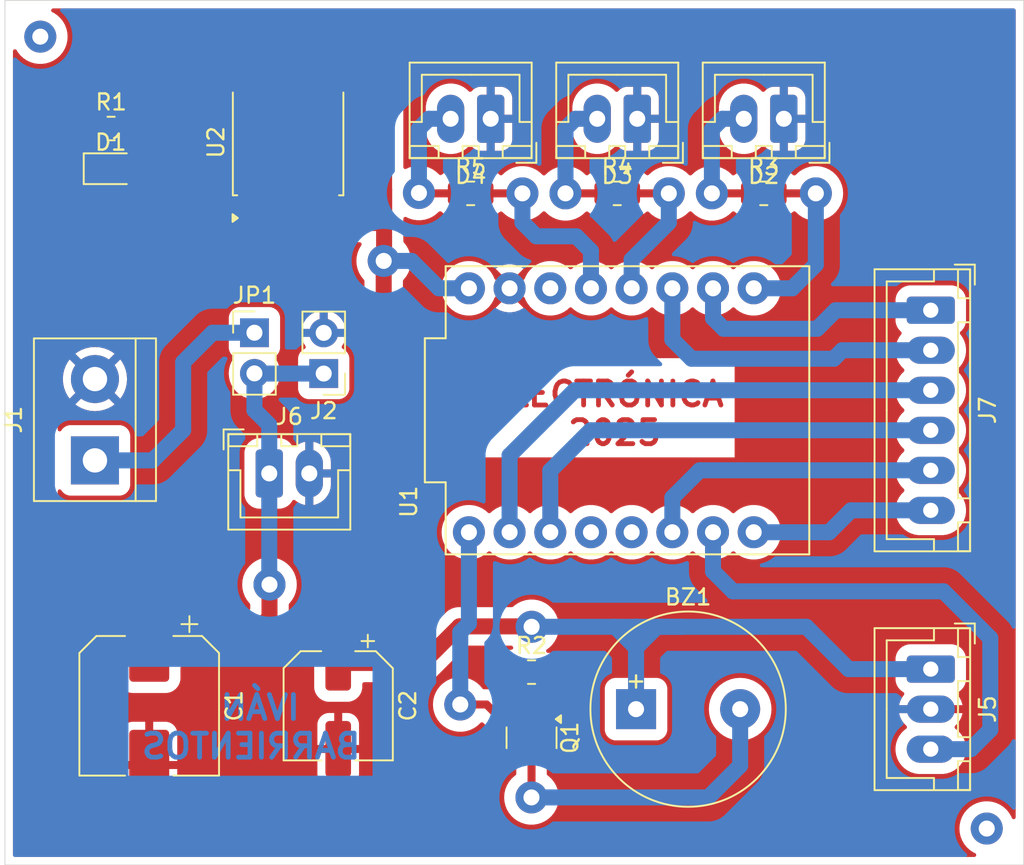
<source format=kicad_pcb>
(kicad_pcb (version 20240108) (generator "pcbnew") (generator_version "8.0")
  (layers (0 "F.Cu" signal) (31 "B.Cu" signal) (34 "B.Paste" user) (35 "F.Paste" user) (36 "B.SilkS" user "B.Silkscreen") (37 "F.SilkS" user "F.Silkscreen") (38 "B.Mask" user) (39 "F.Mask" user) (44 "Edge.Cuts" user))
  (net 0 "")
  (net 1 "+5V")
  (net 2 "Net-(BZ1--)")
  (net 3 "+12V")
  (net 4 "Earth")
  (net 5 "Net-(D1-A)")
  (net 6 "Net-(D2-A)")
  (net 7 "Net-(D3-A)")
  (net 8 "Net-(D4-A)")
  (net 9 "Net-(J1-Pin_1)")
  (net 10 "SENSOR INFLARROJO")
  (net 11 "IN1 - A")
  (net 12 "IN4 - B")
  (net 13 "IN2 - A")
  (net 14 "ENA - A")
  (net 15 "IN3 - B")
  (net 16 "ENB - B")
  (net 17 "LED 1 - 30CM")
  (net 18 "LED 2 - 60CM")
  (net 19 "LED 3 - 90CM")
  (net 23 "BUZZER")
  (footprint "Resistor_SMD:R_0805_2012Metric" (layer "F.Cu") (at 149.82 83.04)
    (property "Reference" "R4" (at 0 -1.65 0) (layer "F.SilkS"))
    (property "Value" "220Ω")
    (fp_line (start -0.227064 -0.735) (end 0.227064 -0.735) (stroke (width 0.12)) (layer "F.SilkS"))
    (fp_line (start -0.227064 0.735) (end 0.227064 0.735) (stroke (width 0.12)) (layer "F.SilkS"))
    (pad "1" smd roundrect (at -0.9125 0) (size 1.025 1.4) (layers "F.Cu" "F.Paste" "F.Mask") (roundrect_rratio 0.243902) (net 7 "Net-(D3-A)"))
    (pad "2" smd roundrect (at 0.9125 0) (size 1.025 1.4) (layers "F.Cu" "F.Paste" "F.Mask") (roundrect_rratio 0.243902) (net 18 "LED 2 - 60CM"))
  )
  (footprint "Connector_PinHeader_2.54mm:PinHeader_1x02_P2.54mm_Vertical" (layer "F.Cu") (at 131.495 94.295 180)
    (property "Reference" "J2" (at 0 -2.33 0) (layer "F.SilkS"))
    (property "Value" "12V")
    (fp_line (start 1.33 1.27) (end 1.33 3.87) (stroke (width 0.12)) (layer "F.SilkS"))
    (fp_line (start -1.33 3.87) (end 1.33 3.87) (stroke (width 0.12)) (layer "F.SilkS"))
    (fp_line (start -1.33 1.27) (end 1.33 1.27) (stroke (width 0.12)) (layer "F.SilkS"))
    (fp_line (start -1.33 1.27) (end -1.33 3.87) (stroke (width 0.12)) (layer "F.SilkS"))
    (fp_line (start -1.33 0) (end -1.33 -1.33) (stroke (width 0.12)) (layer "F.SilkS"))
    (fp_line (start -1.33 -1.33) (end 0 -1.33) (stroke (width 0.12)) (layer "F.SilkS"))
    (pad "1" thru_hole rect (at 0 0 180) (size 1.8 1.8) (drill 1) (layers "*.Cu" "*.Mask") (net 3 "+12V"))
    (pad "2" thru_hole oval (at 0 2.54 180) (size 1.8 1.8) (drill 1) (layers "*.Cu" "*.Mask") (net 4 "Earth"))
  )
  (footprint "Package_TO_SOT_SMD:TO-252-2" (layer "F.Cu") (at 129.2725 79.85 90)
    (property "Reference" "U2" (at 0 -4.5 90) (layer "F.SilkS"))
    (property "Value" "L7805")
    (fp_line (start 3.11 -3.45) (end -3.31 -3.45) (stroke (width 0.12)) (layer "F.SilkS"))
    (fp_line (start -3.31 -3.45) (end -3.31 -3.18) (stroke (width 0.12)) (layer "F.SilkS"))
    (fp_line (start 3.11 3.45) (end -3.31 3.45) (stroke (width 0.12)) (layer "F.SilkS"))
    (fp_line (start -3.31 3.45) (end -3.31 3.18) (stroke (width 0.12)) (layer "F.SilkS"))
    (fp_poly (pts (xy -4.73 -3.14) (xy -4.97 -3.47) (xy -4.49 -3.47) (xy -4.73 -3.14)) (stroke (width 0.12)) (fill solid) (layer "F.SilkS"))
    (pad "1" smd roundrect (at -5.04 -2.28 90) (size 2.2 1.2) (layers "F.Cu" "F.Paste" "F.Mask") (roundrect_rratio 0.208333) (net 3 "+12V"))
    (pad "2" smd roundrect (at -0.415 -1.525 90) (size 3.05 2.75) (layers "F.Cu" "F.Paste") (roundrect_rratio 0.090909) (net 4 "Earth"))
    (pad "2" smd roundrect (at -0.415 1.525 90) (size 3.05 2.75) (layers "F.Cu" "F.Paste") (roundrect_rratio 0.090909) (net 4 "Earth"))
    (pad "2" smd roundrect (at 1.26 0 90) (size 6.4 5.8) (layers "F.Cu" "F.Mask") (roundrect_rratio 0.043103) (net 4 "Earth"))
    (pad "2" smd roundrect (at 2.935 -1.525 90) (size 3.05 2.75) (layers "F.Cu" "F.Paste") (roundrect_rratio 0.090909) (net 4 "Earth"))
    (pad "2" smd roundrect (at 2.935 1.525 90) (size 3.05 2.75) (layers "F.Cu" "F.Paste") (roundrect_rratio 0.090909) (net 4 "Earth"))
    (pad "3" smd roundrect (at -5.04 2.28 90) (size 2.2 1.2) (layers "F.Cu" "F.Paste" "F.Mask") (roundrect_rratio 0.208333) (net 1 "+5V"))
  )
  (footprint "TerminalBlock:TerminalBlock_bornier-2_P5.08mm" (layer "F.Cu") (at 117.2125 99.72 90)
    (property "Reference" "J1" (at 2.54 -5.08 90) (layer "F.SilkS"))
    (property "Value" "ALIMENTACIÓN-12V")
    (fp_line (start 7.62 -3.81) (end -2.54 -3.81) (stroke (width 0.12)) (layer "F.SilkS"))
    (fp_line (start -2.54 -3.81) (end -2.54 3.81) (stroke (width 0.12)) (layer "F.SilkS"))
    (fp_line (start 7.62 2.54) (end -2.54 2.54) (stroke (width 0.12)) (layer "F.SilkS"))
    (fp_line (start 7.62 3.81) (end 7.62 -3.81) (stroke (width 0.12)) (layer "F.SilkS"))
    (fp_line (start -2.54 3.81) (end 7.62 3.81) (stroke (width 0.12)) (layer "F.SilkS"))
    (pad "1" thru_hole rect (at 0 0 90) (size 3 3) (drill 1.52) (layers "*.Cu" "*.Mask") (net 9 "Net-(J1-Pin_1)"))
    (pad "2" thru_hole circle (at 5.08 0 90) (size 3 3) (drill 1.52) (layers "*.Cu" "*.Mask") (net 4 "Earth"))
  )
  (footprint "Connector_JST:JST_XH_B2B-XH-A_1x02_P2.50mm_Vertical" (layer "F.Cu") (at 160.22 78.38 180)
    (property "Reference" "D2" (at 1.25 -3.55 0) (layer "F.SilkS"))
    (property "Value" "LED")
    (fp_line (start 5.06 3.51) (end 5.06 -2.46) (stroke (width 0.12)) (layer "F.SilkS"))
    (fp_line (start 5.06 -2.46) (end -2.56 -2.46) (stroke (width 0.12)) (layer "F.SilkS"))
    (fp_line (start 5.05 -0.2) (end 4.3 -0.2) (stroke (width 0.12)) (layer "F.SilkS"))
    (fp_line (start 5.05 -1.7) (end 5.05 -2.45) (stroke (width 0.12)) (layer "F.SilkS"))
    (fp_line (start 5.05 -2.45) (end 3.25 -2.45) (stroke (width 0.12)) (layer "F.SilkS"))
    (fp_line (start 4.3 2.75) (end 1.25 2.75) (stroke (width 0.12)) (layer "F.SilkS"))
    (fp_line (start 4.3 -0.2) (end 4.3 2.75) (stroke (width 0.12)) (layer "F.SilkS"))
    (fp_line (start 3.25 -1.7) (end 5.05 -1.7) (stroke (width 0.12)) (layer "F.SilkS"))
    (fp_line (start 3.25 -2.45) (end 3.25 -1.7) (stroke (width 0.12)) (layer "F.SilkS"))
    (fp_line (start 1.75 -1.7) (end 1.75 -2.45) (stroke (width 0.12)) (layer "F.SilkS"))
    (fp_line (start 1.75 -2.45) (end 0.75 -2.45) (stroke (width 0.12)) (layer "F.SilkS"))
    (fp_line (start 0.75 -1.7) (end 1.75 -1.7) (stroke (width 0.12)) (layer "F.SilkS"))
    (fp_line (start 0.75 -2.45) (end 0.75 -1.7) (stroke (width 0.12)) (layer "F.SilkS"))
    (fp_line (start -0.75 -1.7) (end -0.75 -2.45) (stroke (width 0.12)) (layer "F.SilkS"))
    (fp_line (start -0.75 -2.45) (end -2.55 -2.45) (stroke (width 0.12)) (layer "F.SilkS"))
    (fp_line (start -1.6 -2.75) (end -2.85 -2.75) (stroke (width 0.12)) (layer "F.SilkS"))
    (fp_line (start -1.8 2.75) (end 1.25 2.75) (stroke (width 0.12)) (layer "F.SilkS"))
    (fp_line (start -1.8 -0.2) (end -1.8 2.75) (stroke (width 0.12)) (layer "F.SilkS"))
    (fp_line (start -2.55 -0.2) (end -1.8 -0.2) (stroke (width 0.12)) (layer "F.SilkS"))
    (fp_line (start -2.55 -1.7) (end -0.75 -1.7) (stroke (width 0.12)) (layer "F.SilkS"))
    (fp_line (start -2.55 -2.45) (end -2.55 -1.7) (stroke (width 0.12)) (layer "F.SilkS"))
    (fp_line (start -2.56 3.51) (end 5.06 3.51) (stroke (width 0.12)) (layer "F.SilkS"))
    (fp_line (start -2.56 -2.46) (end -2.56 3.51) (stroke (width 0.12)) (layer "F.SilkS"))
    (fp_line (start -2.85 -2.75) (end -2.85 -1.5) (stroke (width 0.12)) (layer "F.SilkS"))
    (pad "1" thru_hole roundrect (at 0 0 180) (size 1.7 3) (drill 1) (layers "*.Cu" "*.Mask") (roundrect_rratio 0.147059) (net 4 "Earth"))
    (pad "2" thru_hole oval (at 2.5 0 180) (size 1.7 3) (drill 1) (layers "*.Cu" "*.Mask") (net 6 "Net-(D2-A)"))
  )
  (footprint "Resistor_SMD:R_0805_2012Metric" (layer "F.Cu") (at 118.2225 78.99)
    (property "Reference" "R1" (at 0 -1.65 0) (layer "F.SilkS"))
    (property "Value" "220Ω")
    (fp_line (start -0.227064 -0.735) (end 0.227064 -0.735) (stroke (width 0.12)) (layer "F.SilkS"))
    (fp_line (start -0.227064 0.735) (end 0.227064 0.735) (stroke (width 0.12)) (layer "F.SilkS"))
    (pad "1" smd roundrect (at -0.9125 0) (size 1.025 1.4) (layers "F.Cu" "F.Paste" "F.Mask") (roundrect_rratio 0.243902) (net 1 "+5V"))
    (pad "2" smd roundrect (at 0.9125 0) (size 1.025 1.4) (layers "F.Cu" "F.Paste" "F.Mask") (roundrect_rratio 0.243902) (net 5 "Net-(D1-A)"))
  )
  (footprint "Connector_JST:JST_XH_B2B-XH-A_1x02_P2.50mm_Vertical" (layer "F.Cu") (at 141.92 78.38 180)
    (property "Reference" "D4" (at 1.25 -3.55 0) (layer "F.SilkS"))
    (property "Value" "LED")
    (fp_line (start 5.06 3.51) (end 5.06 -2.46) (stroke (width 0.12)) (layer "F.SilkS"))
    (fp_line (start 5.06 -2.46) (end -2.56 -2.46) (stroke (width 0.12)) (layer "F.SilkS"))
    (fp_line (start 5.05 -0.2) (end 4.3 -0.2) (stroke (width 0.12)) (layer "F.SilkS"))
    (fp_line (start 5.05 -1.7) (end 5.05 -2.45) (stroke (width 0.12)) (layer "F.SilkS"))
    (fp_line (start 5.05 -2.45) (end 3.25 -2.45) (stroke (width 0.12)) (layer "F.SilkS"))
    (fp_line (start 4.3 2.75) (end 1.25 2.75) (stroke (width 0.12)) (layer "F.SilkS"))
    (fp_line (start 4.3 -0.2) (end 4.3 2.75) (stroke (width 0.12)) (layer "F.SilkS"))
    (fp_line (start 3.25 -1.7) (end 5.05 -1.7) (stroke (width 0.12)) (layer "F.SilkS"))
    (fp_line (start 3.25 -2.45) (end 3.25 -1.7) (stroke (width 0.12)) (layer "F.SilkS"))
    (fp_line (start 1.75 -1.7) (end 1.75 -2.45) (stroke (width 0.12)) (layer "F.SilkS"))
    (fp_line (start 1.75 -2.45) (end 0.75 -2.45) (stroke (width 0.12)) (layer "F.SilkS"))
    (fp_line (start 0.75 -1.7) (end 1.75 -1.7) (stroke (width 0.12)) (layer "F.SilkS"))
    (fp_line (start 0.75 -2.45) (end 0.75 -1.7) (stroke (width 0.12)) (layer "F.SilkS"))
    (fp_line (start -0.75 -1.7) (end -0.75 -2.45) (stroke (width 0.12)) (layer "F.SilkS"))
    (fp_line (start -0.75 -2.45) (end -2.55 -2.45) (stroke (width 0.12)) (layer "F.SilkS"))
    (fp_line (start -1.6 -2.75) (end -2.85 -2.75) (stroke (width 0.12)) (layer "F.SilkS"))
    (fp_line (start -1.8 2.75) (end 1.25 2.75) (stroke (width 0.12)) (layer "F.SilkS"))
    (fp_line (start -1.8 -0.2) (end -1.8 2.75) (stroke (width 0.12)) (layer "F.SilkS"))
    (fp_line (start -2.55 -0.2) (end -1.8 -0.2) (stroke (width 0.12)) (layer "F.SilkS"))
    (fp_line (start -2.55 -1.7) (end -0.75 -1.7) (stroke (width 0.12)) (layer "F.SilkS"))
    (fp_line (start -2.55 -2.45) (end -2.55 -1.7) (stroke (width 0.12)) (layer "F.SilkS"))
    (fp_line (start -2.56 3.51) (end 5.06 3.51) (stroke (width 0.12)) (layer "F.SilkS"))
    (fp_line (start -2.56 -2.46) (end -2.56 3.51) (stroke (width 0.12)) (layer "F.SilkS"))
    (fp_line (start -2.85 -2.75) (end -2.85 -1.5) (stroke (width 0.12)) (layer "F.SilkS"))
    (pad "1" thru_hole roundrect (at 0 0 180) (size 1.7 3) (drill 1) (layers "*.Cu" "*.Mask") (roundrect_rratio 0.147059) (net 4 "Earth"))
    (pad "2" thru_hole oval (at 2.5 0 180) (size 1.7 3) (drill 1) (layers "*.Cu" "*.Mask") (net 8 "Net-(D4-A)"))
  )
  (footprint "Buzzer_Beeper:MagneticBuzzer_ProSignal_ABT-410-RC" (layer "F.Cu") (at 150.995 115.26)
    (property "Reference" "BZ1" (at 3.25 -7 0) (layer "F.SilkS"))
    (property "Value" "Buzzer")
    (fp_circle (center 3.25 0) (end 9.35 0) (stroke (width 0.12)) (fill none) (layer "F.SilkS"))
    (fp_text user "+" (at 0 -1.8 0) (layer "F.SilkS"))
    (pad "1" thru_hole rect (at 0 0) (size 2.5 2.5) (drill 1) (layers "*.Cu" "*.Mask") (net 1 "+5V"))
    (pad "2" thru_hole circle (at 6.5 0) (size 2.5 2.5) (drill 1) (layers "*.Cu" "*.Mask") (net 2 "Net-(BZ1--)"))
  )
  (footprint "Connector_JST:JST_XH_B6B-XH-A_1x06_P2.50mm_Vertical" (layer "F.Cu") (at 169.395 90.34 -90)
    (property "Reference" "J7" (at 6.25 -3.55 90) (layer "F.SilkS"))
    (property "Value" "PUENTE H - L298N")
    (fp_line (start -2.56 3.51) (end 15.06 3.51) (stroke (width 0.12)) (layer "F.SilkS"))
    (fp_line (start 15.06 3.51) (end 15.06 -2.46) (stroke (width 0.12)) (layer "F.SilkS"))
    (fp_line (start -1.8 2.75) (end 6.25 2.75) (stroke (width 0.12)) (layer "F.SilkS"))
    (fp_line (start 14.3 2.75) (end 6.25 2.75) (stroke (width 0.12)) (layer "F.SilkS"))
    (fp_line (start -2.55 -0.2) (end -1.8 -0.2) (stroke (width 0.12)) (layer "F.SilkS"))
    (fp_line (start -1.8 -0.2) (end -1.8 2.75) (stroke (width 0.12)) (layer "F.SilkS"))
    (fp_line (start 14.3 -0.2) (end 14.3 2.75) (stroke (width 0.12)) (layer "F.SilkS"))
    (fp_line (start 15.05 -0.2) (end 14.3 -0.2) (stroke (width 0.12)) (layer "F.SilkS"))
    (fp_line (start -2.55 -1.7) (end -0.75 -1.7) (stroke (width 0.12)) (layer "F.SilkS"))
    (fp_line (start -0.75 -1.7) (end -0.75 -2.45) (stroke (width 0.12)) (layer "F.SilkS"))
    (fp_line (start 0.75 -1.7) (end 11.75 -1.7) (stroke (width 0.12)) (layer "F.SilkS"))
    (fp_line (start 11.75 -1.7) (end 11.75 -2.45) (stroke (width 0.12)) (layer "F.SilkS"))
    (fp_line (start 13.25 -1.7) (end 15.05 -1.7) (stroke (width 0.12)) (layer "F.SilkS"))
    (fp_line (start 15.05 -1.7) (end 15.05 -2.45) (stroke (width 0.12)) (layer "F.SilkS"))
    (fp_line (start -2.55 -2.45) (end -2.55 -1.7) (stroke (width 0.12)) (layer "F.SilkS"))
    (fp_line (start -0.75 -2.45) (end -2.55 -2.45) (stroke (width 0.12)) (layer "F.SilkS"))
    (fp_line (start 0.75 -2.45) (end 0.75 -1.7) (stroke (width 0.12)) (layer "F.SilkS"))
    (fp_line (start 11.75 -2.45) (end 0.75 -2.45) (stroke (width 0.12)) (layer "F.SilkS"))
    (fp_line (start 13.25 -2.45) (end 13.25 -1.7) (stroke (width 0.12)) (layer "F.SilkS"))
    (fp_line (start 15.05 -2.45) (end 13.25 -2.45) (stroke (width 0.12)) (layer "F.SilkS"))
    (fp_line (start -2.56 -2.46) (end -2.56 3.51) (stroke (width 0.12)) (layer "F.SilkS"))
    (fp_line (start 15.06 -2.46) (end -2.56 -2.46) (stroke (width 0.12)) (layer "F.SilkS"))
    (fp_line (start -2.85 -2.75) (end -2.85 -1.5) (stroke (width 0.12)) (layer "F.SilkS"))
    (fp_line (start -1.6 -2.75) (end -2.85 -2.75) (stroke (width 0.12)) (layer "F.SilkS"))
    (pad "1" thru_hole roundrect (at 0 0 270) (size 1.7 3) (drill 0.95) (layers "*.Cu" "*.Mask") (roundrect_rratio 0.147059) (net 12 "IN4 - B"))
    (pad "2" thru_hole oval (at 2.5 0 270) (size 1.7 3) (drill 0.95) (layers "*.Cu" "*.Mask") (net 16 "ENB - B"))
    (pad "3" thru_hole oval (at 5 0 270) (size 1.7 3) (drill 0.95) (layers "*.Cu" "*.Mask") (net 14 "ENA - A"))
    (pad "4" thru_hole oval (at 7.5 0 270) (size 1.7 3) (drill 0.95) (layers "*.Cu" "*.Mask") (net 11 "IN1 - A"))
    (pad "5" thru_hole oval (at 10 0 270) (size 1.7 3) (drill 0.95) (layers "*.Cu" "*.Mask") (net 13 "IN2 - A"))
    (pad "6" thru_hole oval (at 12.5 0 270) (size 1.7 3) (drill 0.95) (layers "*.Cu" "*.Mask") (net 15 "IN3 - B"))
  )
  (footprint "Connector_JST:JST_XH_B3B-XH-A_1x03_P2.50mm_Vertical" (layer "F.Cu") (at 169.395 112.76 -90)
    (property "Reference" "J5" (at 2.5 -3.55 90) (layer "F.SilkS"))
    (property "Value" "SENSOR IFLAROJO (IR)")
    (fp_line (start -2.56 3.51) (end 7.56 3.51) (stroke (width 0.12)) (layer "F.SilkS"))
    (fp_line (start 7.56 3.51) (end 7.56 -2.46) (stroke (width 0.12)) (layer "F.SilkS"))
    (fp_line (start -1.8 2.75) (end 2.5 2.75) (stroke (width 0.12)) (layer "F.SilkS"))
    (fp_line (start 6.8 2.75) (end 2.5 2.75) (stroke (width 0.12)) (layer "F.SilkS"))
    (fp_line (start -2.55 -0.2) (end -1.8 -0.2) (stroke (width 0.12)) (layer "F.SilkS"))
    (fp_line (start -1.8 -0.2) (end -1.8 2.75) (stroke (width 0.12)) (layer "F.SilkS"))
    (fp_line (start 6.8 -0.2) (end 6.8 2.75) (stroke (width 0.12)) (layer "F.SilkS"))
    (fp_line (start 7.55 -0.2) (end 6.8 -0.2) (stroke (width 0.12)) (layer "F.SilkS"))
    (fp_line (start -2.55 -1.7) (end -0.75 -1.7) (stroke (width 0.12)) (layer "F.SilkS"))
    (fp_line (start -0.75 -1.7) (end -0.75 -2.45) (stroke (width 0.12)) (layer "F.SilkS"))
    (fp_line (start 0.75 -1.7) (end 4.25 -1.7) (stroke (width 0.12)) (layer "F.SilkS"))
    (fp_line (start 4.25 -1.7) (end 4.25 -2.45) (stroke (width 0.12)) (layer "F.SilkS"))
    (fp_line (start 5.75 -1.7) (end 7.55 -1.7) (stroke (width 0.12)) (layer "F.SilkS"))
    (fp_line (start 7.55 -1.7) (end 7.55 -2.45) (stroke (width 0.12)) (layer "F.SilkS"))
    (fp_line (start -2.55 -2.45) (end -2.55 -1.7) (stroke (width 0.12)) (layer "F.SilkS"))
    (fp_line (start -0.75 -2.45) (end -2.55 -2.45) (stroke (width 0.12)) (layer "F.SilkS"))
    (fp_line (start 0.75 -2.45) (end 0.75 -1.7) (stroke (width 0.12)) (layer "F.SilkS"))
    (fp_line (start 4.25 -2.45) (end 0.75 -2.45) (stroke (width 0.12)) (layer "F.SilkS"))
    (fp_line (start 5.75 -2.45) (end 5.75 -1.7) (stroke (width 0.12)) (layer "F.SilkS"))
    (fp_line (start 7.55 -2.45) (end 5.75 -2.45) (stroke (width 0.12)) (layer "F.SilkS"))
    (fp_line (start -2.56 -2.46) (end -2.56 3.51) (stroke (width 0.12)) (layer "F.SilkS"))
    (fp_line (start 7.56 -2.46) (end -2.56 -2.46) (stroke (width 0.12)) (layer "F.SilkS"))
    (fp_line (start -2.85 -2.75) (end -2.85 -1.5) (stroke (width 0.12)) (layer "F.SilkS"))
    (fp_line (start -1.6 -2.75) (end -2.85 -2.75) (stroke (width 0.12)) (layer "F.SilkS"))
    (pad "1" thru_hole roundrect (at 0 0 270) (size 1.7 3) (drill 0.95) (layers "*.Cu" "*.Mask") (roundrect_rratio 0.147059) (net 1 "+5V"))
    (pad "2" thru_hole oval (at 2.5 0 270) (size 1.7 3) (drill 0.95) (layers "*.Cu" "*.Mask") (net 4 "Earth"))
    (pad "3" thru_hole oval (at 5 0 270) (size 1.7 3) (drill 0.95) (layers "*.Cu" "*.Mask") (net 10 "SENSOR INFLARROJO"))
  )
  (footprint "Connector_PinHeader_2.54mm:PinHeader_1x02_P2.54mm_Vertical" (layer "F.Cu") (at 127.17 91.745)
    (property "Reference" "JP1" (at 0 -2.33 0) (layer "F.SilkS"))
    (property "Value" "JUMPER")
    (fp_line (start -1.33 -1.33) (end 0 -1.33) (stroke (width 0.12)) (layer "F.SilkS"))
    (fp_line (start -1.33 0) (end -1.33 -1.33) (stroke (width 0.12)) (layer "F.SilkS"))
    (fp_line (start -1.33 1.27) (end -1.33 3.87) (stroke (width 0.12)) (layer "F.SilkS"))
    (fp_line (start -1.33 1.27) (end 1.33 1.27) (stroke (width 0.12)) (layer "F.SilkS"))
    (fp_line (start -1.33 3.87) (end 1.33 3.87) (stroke (width 0.12)) (layer "F.SilkS"))
    (fp_line (start 1.33 1.27) (end 1.33 3.87) (stroke (width 0.12)) (layer "F.SilkS"))
    (pad "1" thru_hole rect (at 0 0) (size 1.8 1.8) (drill 1) (layers "*.Cu" "*.Mask") (net 9 "Net-(J1-Pin_1)"))
    (pad "2" thru_hole oval (at 0 2.54) (size 1.8 1.8) (drill 1) (layers "*.Cu" "*.Mask") (net 3 "+12V"))
  )
  (footprint "Connector_JST:JST_XH_B2B-XH-A_1x02_P2.50mm_Vertical" (layer "F.Cu") (at 128.095 100.535)
    (property "Reference" "J6" (at 1.25 -3.55 0) (layer "F.SilkS"))
    (property "Value" "APAGADO/ENCENDIDO")
    (fp_line (start -2.85 -2.75) (end -2.85 -1.5) (stroke (width 0.12)) (layer "F.SilkS"))
    (fp_line (start -2.56 -2.46) (end -2.56 3.51) (stroke (width 0.12)) (layer "F.SilkS"))
    (fp_line (start -2.56 3.51) (end 5.06 3.51) (stroke (width 0.12)) (layer "F.SilkS"))
    (fp_line (start -2.55 -2.45) (end -2.55 -1.7) (stroke (width 0.12)) (layer "F.SilkS"))
    (fp_line (start -2.55 -1.7) (end -0.75 -1.7) (stroke (width 0.12)) (layer "F.SilkS"))
    (fp_line (start -2.55 -0.2) (end -1.8 -0.2) (stroke (width 0.12)) (layer "F.SilkS"))
    (fp_line (start -1.8 -0.2) (end -1.8 2.75) (stroke (width 0.12)) (layer "F.SilkS"))
    (fp_line (start -1.8 2.75) (end 1.25 2.75) (stroke (width 0.12)) (layer "F.SilkS"))
    (fp_line (start -1.6 -2.75) (end -2.85 -2.75) (stroke (width 0.12)) (layer "F.SilkS"))
    (fp_line (start -0.75 -2.45) (end -2.55 -2.45) (stroke (width 0.12)) (layer "F.SilkS"))
    (fp_line (start -0.75 -1.7) (end -0.75 -2.45) (stroke (width 0.12)) (layer "F.SilkS"))
    (fp_line (start 0.75 -2.45) (end 0.75 -1.7) (stroke (width 0.12)) (layer "F.SilkS"))
    (fp_line (start 0.75 -1.7) (end 1.75 -1.7) (stroke (width 0.12)) (layer "F.SilkS"))
    (fp_line (start 1.75 -2.45) (end 0.75 -2.45) (stroke (width 0.12)) (layer "F.SilkS"))
    (fp_line (start 1.75 -1.7) (end 1.75 -2.45) (stroke (width 0.12)) (layer "F.SilkS"))
    (fp_line (start 3.25 -2.45) (end 3.25 -1.7) (stroke (width 0.12)) (layer "F.SilkS"))
    (fp_line (start 3.25 -1.7) (end 5.05 -1.7) (stroke (width 0.12)) (layer "F.SilkS"))
    (fp_line (start 4.3 -0.2) (end 4.3 2.75) (stroke (width 0.12)) (layer "F.SilkS"))
    (fp_line (start 4.3 2.75) (end 1.25 2.75) (stroke (width 0.12)) (layer "F.SilkS"))
    (fp_line (start 5.05 -2.45) (end 3.25 -2.45) (stroke (width 0.12)) (layer "F.SilkS"))
    (fp_line (start 5.05 -1.7) (end 5.05 -2.45) (stroke (width 0.12)) (layer "F.SilkS"))
    (fp_line (start 5.05 -0.2) (end 4.3 -0.2) (stroke (width 0.12)) (layer "F.SilkS"))
    (fp_line (start 5.06 -2.46) (end -2.56 -2.46) (stroke (width 0.12)) (layer "F.SilkS"))
    (fp_line (start 5.06 3.51) (end 5.06 -2.46) (stroke (width 0.12)) (layer "F.SilkS"))
    (pad "1" thru_hole roundrect (at 0 0) (size 1.7 3) (drill 1) (layers "*.Cu" "*.Mask") (roundrect_rratio 0.147059) (net 3 "+12V"))
    (pad "2" thru_hole oval (at 2.5 0) (size 1.7 3) (drill 1) (layers "*.Cu" "*.Mask") (net 4 "Earth"))
  )
  (footprint "Resistor_SMD:R_0805_2012Metric" (layer "F.Cu") (at 144.47 112.9475)
    (property "Reference" "R2" (at 0 -1.65 0) (layer "F.SilkS"))
    (property "Value" "33KΩ")
    (fp_line (start -0.227064 -0.735) (end 0.227064 -0.735) (stroke (width 0.12)) (layer "F.SilkS"))
    (fp_line (start -0.227064 0.735) (end 0.227064 0.735) (stroke (width 0.12)) (layer "F.SilkS"))
    (pad "1" smd roundrect (at -0.9125 0) (size 1.025 1.4) (layers "F.Cu" "F.Paste" "F.Mask") (roundrect_rratio 0.243902) (net 23 "BUZZER"))
    (pad "2" smd roundrect (at 0.9125 0) (size 1.025 1.4) (layers "F.Cu" "F.Paste" "F.Mask") (roundrect_rratio 0.243902) (net 4 "Earth"))
  )
  (footprint "Capacitor_SMD:CP_Elec_8x10.5" (layer "F.Cu") (at 120.6 115.05 -90)
    (property "Reference" "C1" (at 0 -5.3 90) (layer "F.SilkS"))
    (property "Value" "1000uF")
    (fp_line (start -3.295563 4.36) (end 4.36 4.36) (stroke (width 0.12)) (layer "F.SilkS"))
    (fp_line (start 4.36 4.36) (end 4.36 1.51) (stroke (width 0.12)) (layer "F.SilkS"))
    (fp_line (start -4.36 3.295563) (end -3.295563 4.36) (stroke (width 0.12)) (layer "F.SilkS"))
    (fp_line (start -4.36 3.295563) (end -4.36 1.51) (stroke (width 0.12)) (layer "F.SilkS"))
    (fp_line (start -5.6 -2.51) (end -4.6 -2.51) (stroke (width 0.12)) (layer "F.SilkS"))
    (fp_line (start -5.1 -3.01) (end -5.1 -2.01) (stroke (width 0.12)) (layer "F.SilkS"))
    (fp_line (start -4.36 -3.295563) (end -4.36 -1.51) (stroke (width 0.12)) (layer "F.SilkS"))
    (fp_line (start -4.36 -3.295563) (end -3.295563 -4.36) (stroke (width 0.12)) (layer "F.SilkS"))
    (fp_line (start -3.295563 -4.36) (end 4.36 -4.36) (stroke (width 0.12)) (layer "F.SilkS"))
    (fp_line (start 4.36 -4.36) (end 4.36 -1.51) (stroke (width 0.12)) (layer "F.SilkS"))
    (pad "1" smd roundrect (at -3.7 0 270) (size 4.4 2.5) (layers "F.Cu" "F.Paste" "F.Mask") (roundrect_rratio 0.1) (net 3 "+12V"))
    (pad "2" smd roundrect (at 3.7 0 270) (size 4.4 2.5) (layers "F.Cu" "F.Paste" "F.Mask") (roundrect_rratio 0.1) (net 4 "Earth"))
  )
  (footprint "LED_SMD:LED_0805_2012Metric" (layer "F.Cu") (at 118.1975 81.5)
    (property "Reference" "D1" (at 0 -1.65 0) (layer "F.SilkS"))
    (property "Value" "LED")
    (fp_line (start -1.685 -0.96) (end -1.685 0.96) (stroke (width 0.12)) (layer "F.SilkS"))
    (fp_line (start -1.685 0.96) (end 1 0.96) (stroke (width 0.12)) (layer "F.SilkS"))
    (fp_line (start 1 -0.96) (end -1.685 -0.96) (stroke (width 0.12)) (layer "F.SilkS"))
    (pad "1" smd roundrect (at -0.9375 0) (size 0.975 1.4) (layers "F.Cu" "F.Paste" "F.Mask") (net 4 "Earth"))
    (pad "2" smd roundrect (at 0.9375 0) (size 0.975 1.4) (layers "F.Cu" "F.Paste" "F.Mask") (net 5 "Net-(D1-A)"))
  )
  (footprint "Connector_JST:JST_XH_B2B-XH-A_1x02_P2.50mm_Vertical" (layer "F.Cu") (at 151.07 78.38 180)
    (property "Reference" "D3" (at 1.25 -3.55 0) (layer "F.SilkS"))
    (property "Value" "LED")
    (fp_line (start 5.06 3.51) (end 5.06 -2.46) (stroke (width 0.12)) (layer "F.SilkS"))
    (fp_line (start 5.06 -2.46) (end -2.56 -2.46) (stroke (width 0.12)) (layer "F.SilkS"))
    (fp_line (start 5.05 -0.2) (end 4.3 -0.2) (stroke (width 0.12)) (layer "F.SilkS"))
    (fp_line (start 5.05 -1.7) (end 5.05 -2.45) (stroke (width 0.12)) (layer "F.SilkS"))
    (fp_line (start 5.05 -2.45) (end 3.25 -2.45) (stroke (width 0.12)) (layer "F.SilkS"))
    (fp_line (start 4.3 2.75) (end 1.25 2.75) (stroke (width 0.12)) (layer "F.SilkS"))
    (fp_line (start 4.3 -0.2) (end 4.3 2.75) (stroke (width 0.12)) (layer "F.SilkS"))
    (fp_line (start 3.25 -1.7) (end 5.05 -1.7) (stroke (width 0.12)) (layer "F.SilkS"))
    (fp_line (start 3.25 -2.45) (end 3.25 -1.7) (stroke (width 0.12)) (layer "F.SilkS"))
    (fp_line (start 1.75 -1.7) (end 1.75 -2.45) (stroke (width 0.12)) (layer "F.SilkS"))
    (fp_line (start 1.75 -2.45) (end 0.75 -2.45) (stroke (width 0.12)) (layer "F.SilkS"))
    (fp_line (start 0.75 -1.7) (end 1.75 -1.7) (stroke (width 0.12)) (layer "F.SilkS"))
    (fp_line (start 0.75 -2.45) (end 0.75 -1.7) (stroke (width 0.12)) (layer "F.SilkS"))
    (fp_line (start -0.75 -1.7) (end -0.75 -2.45) (stroke (width 0.12)) (layer "F.SilkS"))
    (fp_line (start -0.75 -2.45) (end -2.55 -2.45) (stroke (width 0.12)) (layer "F.SilkS"))
    (fp_line (start -1.6 -2.75) (end -2.85 -2.75) (stroke (width 0.12)) (layer "F.SilkS"))
    (fp_line (start -1.8 2.75) (end 1.25 2.75) (stroke (width 0.12)) (layer "F.SilkS"))
    (fp_line (start -1.8 -0.2) (end -1.8 2.75) (stroke (width 0.12)) (layer "F.SilkS"))
    (fp_line (start -2.55 -0.2) (end -1.8 -0.2) (stroke (width 0.12)) (layer "F.SilkS"))
    (fp_line (start -2.55 -1.7) (end -0.75 -1.7) (stroke (width 0.12)) (layer "F.SilkS"))
    (fp_line (start -2.55 -2.45) (end -2.55 -1.7) (stroke (width 0.12)) (layer "F.SilkS"))
    (fp_line (start -2.56 3.51) (end 5.06 3.51) (stroke (width 0.12)) (layer "F.SilkS"))
    (fp_line (start -2.56 -2.46) (end -2.56 3.51) (stroke (width 0.12)) (layer "F.SilkS"))
    (fp_line (start -2.85 -2.75) (end -2.85 -1.5) (stroke (width 0.12)) (layer "F.SilkS"))
    (pad "1" thru_hole roundrect (at 0 0 180) (size 1.7 3) (drill 1) (layers "*.Cu" "*.Mask") (roundrect_rratio 0.147059) (net 4 "Earth"))
    (pad "2" thru_hole oval (at 2.5 0 180) (size 1.7 3) (drill 1) (layers "*.Cu" "*.Mask") (net 7 "Net-(D3-A)"))
  )
  (footprint "MixLib:MODULE_ESP32-C3_SUPERMINI" (layer "F.Cu") (at 150.46 96.59 90)
    (property "Reference" "U1" (at -5.715 -13.6525 90) (layer "F.SilkS"))
    (property "Value" "ESP32-C3_SUPERMINI")
    (fp_line (start 4.5 -12.65) (end -4.5 -12.65) (stroke (width 0.127)) (layer "F.SilkS"))
    (fp_line (start 4.5 -12.65) (end 4.5 -11.35) (stroke (width 0.127)) (layer "F.SilkS"))
    (fp_line (start -4.5 -12.65) (end -4.5 -11.35) (stroke (width 0.127)) (layer "F.SilkS"))
    (fp_line (start 9 -11.35) (end 4.5 -11.35) (stroke (width 0.127)) (layer "F.SilkS"))
    (fp_line (start -4.5 -11.35) (end -9 -11.35) (stroke (width 0.127)) (layer "F.SilkS"))
    (fp_line (start 9 11.35) (end 9 -11.35) (stroke (width 0.127)) (layer "F.SilkS"))
    (fp_line (start 9 11.35) (end -9 11.35) (stroke (width 0.127)) (layer "F.SilkS"))
    (fp_line (start -9 11.35) (end -9 -11.35) (stroke (width 0.127)) (layer "F.SilkS"))
    (pad "0" thru_hole circle (at 7.62 7.88 90) (size 2 2) (drill 1) (layers "*.Cu" "*.Mask") (net 17 "LED 1 - 30CM"))
    (pad "1" thru_hole circle (at 7.62 5.34 90) (size 2 2) (drill 1) (layers "*.Cu" "*.Mask") (net 12 "IN4 - B"))
    (pad "2" thru_hole circle (at 7.62 2.8 90) (size 2 2) (drill 1) (layers "*.Cu" "*.Mask") (net 16 "ENB - B"))
    (pad "3" thru_hole circle (at 7.62 0.26 90) (size 2 2) (drill 1) (layers "*.Cu" "*.Mask") (net 18 "LED 2 - 60CM"))
    (pad "3.3" thru_hole circle (at 7.62 -4.82 90) (size 2 2) (drill 1) (layers "*.Cu" "*.Mask"))
    (pad "4" thru_hole circle (at 7.62 -2.28 90) (size 2 2) (drill 1) (layers "*.Cu" "*.Mask") (net 19 "LED 3 - 90CM"))
    (pad "5" thru_hole circle (at -7.62 -9.9 90) (size 2 2) (drill 1) (layers "*.Cu" "*.Mask") (net 23 "BUZZER"))
    (pad "5V" thru_hole circle (at 7.62 -9.9 90) (size 2 2) (drill 1) (layers "*.Cu" "*.Mask") (net 1 "+5V"))
    (pad "6" thru_hole circle (at -7.62 -7.36 90) (size 2 2) (drill 1) (layers "*.Cu" "*.Mask") (net 14 "ENA - A"))
    (pad "7" thru_hole circle (at -7.62 -4.82 90) (size 2 2) (drill 1) (layers "*.Cu" "*.Mask") (net 11 "IN1 - A"))
    (pad "8" thru_hole circle (at -7.62 -2.28 90) (size 2 2) (drill 1) (layers "*.Cu" "*.Mask"))
    (pad "9" thru_hole circle (at -7.62 0.26 90) (size 2 2) (drill 1) (layers "*.Cu" "*.Mask"))
    (pad "10" thru_hole circle (at -7.62 2.8 90) (size 2 2) (drill 1) (layers "*.Cu" "*.Mask") (net 13 "IN2 - A"))
    (pad "20" thru_hole circle (at -7.62 5.34 90) (size 2 2) (drill 1) (layers "*.Cu" "*.Mask") (net 10 "SENSOR INFLARROJO"))
    (pad "21" thru_hole circle (at -7.62 7.88 90) (size 2 2) (drill 1) (layers "*.Cu" "*.Mask") (net 15 "IN3 - B"))
    (pad "G" thru_hole circle (at 7.62 -7.36 90) (size 2 2) (drill 1) (layers "*.Cu" "*.Mask") (net 4 "Earth"))
  )
  (footprint "Package_TO_SOT_SMD:SOT-23" (layer "F.Cu") (at 144.47 117.0475 -90)
    (property "Reference" "Q1" (at 0 -2.4 90) (layer "F.SilkS"))
    (property "Value" "2N7000")
    (fp_line (start 0 1.56) (end -0.65 1.56) (stroke (width 0.12)) (layer "F.SilkS"))
    (fp_line (start 0 1.56) (end 0.65 1.56) (stroke (width 0.12)) (layer "F.SilkS"))
    (fp_line (start 0 -1.56) (end -0.65 -1.56) (stroke (width 0.12)) (layer "F.SilkS"))
    (fp_line (start 0 -1.56) (end 0.65 -1.56) (stroke (width 0.12)) (layer "F.SilkS"))
    (fp_poly (pts (xy -1.1625 -1.51) (xy -1.4025 -1.84) (xy -0.9225 -1.84) (xy -1.1625 -1.51)) (stroke (width 0.12)) (fill solid) (layer "F.SilkS"))
    (pad "1" smd roundrect (at -0.9375 -0.95 270) (size 1.475 0.6) (layers "F.Cu" "F.Paste" "F.Mask") (net 4 "Earth"))
    (pad "2" smd roundrect (at -0.9375 0.95 270) (size 1.475 0.6) (layers "F.Cu" "F.Paste" "F.Mask") (net 23 "BUZZER"))
    (pad "3" smd roundrect (at 0.9375 0 270) (size 1.475 0.6) (layers "F.Cu" "F.Paste" "F.Mask") (net 2 "Net-(BZ1--)"))
  )
  (footprint "Resistor_SMD:R_0805_2012Metric" (layer "F.Cu") (at 140.67 83.04)
    (property "Reference" "R5" (at 0 -1.65 0) (layer "F.SilkS"))
    (property "Value" "220Ω")
    (fp_line (start -0.227064 -0.735) (end 0.227064 -0.735) (stroke (width 0.12)) (layer "F.SilkS"))
    (fp_line (start -0.227064 0.735) (end 0.227064 0.735) (stroke (width 0.12)) (layer "F.SilkS"))
    (pad "1" smd roundrect (at -0.9125 0) (size 1.025 1.4) (layers "F.Cu" "F.Paste" "F.Mask") (roundrect_rratio 0.243902) (net 8 "Net-(D4-A)"))
    (pad "2" smd roundrect (at 0.9125 0) (size 1.025 1.4) (layers "F.Cu" "F.Paste" "F.Mask") (roundrect_rratio 0.243902) (net 19 "LED 3 - 90CM"))
  )
  (footprint "Capacitor_SMD:CP_Elec_6.3x5.8" (layer "F.Cu") (at 132.4 115.05 -90)
    (property "Reference" "C2" (at 0 -4.35 -90) (layer "F.SilkS"))
    (property "Value" "100uF")
    (fp_line (start -2.345563 3.41) (end 3.41 3.41) (stroke (width 0.12)) (layer "F.SilkS"))
    (fp_line (start 3.41 3.41) (end 3.41 1.06) (stroke (width 0.12)) (layer "F.SilkS"))
    (fp_line (start -3.41 2.345563) (end -2.345563 3.41) (stroke (width 0.12)) (layer "F.SilkS"))
    (fp_line (start -3.41 2.345563) (end -3.41 1.06) (stroke (width 0.12)) (layer "F.SilkS"))
    (fp_line (start -4.4375 -1.8475) (end -3.65 -1.8475) (stroke (width 0.12)) (layer "F.SilkS"))
    (fp_line (start -4.04375 -2.24125) (end -4.04375 -1.45375) (stroke (width 0.12)) (layer "F.SilkS"))
    (fp_line (start -3.41 -2.345563) (end -3.41 -1.06) (stroke (width 0.12)) (layer "F.SilkS"))
    (fp_line (start -3.41 -2.345563) (end -2.345563 -3.41) (stroke (width 0.12)) (layer "F.SilkS"))
    (fp_line (start -2.345563 -3.41) (end 3.41 -3.41) (stroke (width 0.12)) (layer "F.SilkS"))
    (fp_line (start 3.41 -3.41) (end 3.41 -1.06) (stroke (width 0.12)) (layer "F.SilkS"))
    (pad "1" smd roundrect (at -2.7 0 270) (size 3.5 1.6) (layers "F.Cu" "F.Paste" "F.Mask") (roundrect_rratio 0.15625) (net 1 "+5V"))
    (pad "2" smd roundrect (at 2.7 0 270) (size 3.5 1.6) (layers "F.Cu" "F.Paste" "F.Mask") (roundrect_rratio 0.15625) (net 4 "Earth"))
  )
  (footprint "Resistor_SMD:R_0805_2012Metric" (layer "F.Cu") (at 158.97 83.04)
    (property "Reference" "R3" (at 0 -1.65 0) (layer "F.SilkS"))
    (property "Value" "220Ω")
    (fp_line (start -0.227064 -0.735) (end 0.227064 -0.735) (stroke (width 0.12)) (layer "F.SilkS"))
    (fp_line (start -0.227064 0.735) (end 0.227064 0.735) (stroke (width 0.12)) (layer "F.SilkS"))
    (pad "1" smd roundrect (at -0.9125 0) (size 1.025 1.4) (layers "F.Cu" "F.Paste" "F.Mask") (roundrect_rratio 0.243902) (net 6 "Net-(D2-A)"))
    (pad "2" smd roundrect (at 0.9125 0) (size 1.025 1.4) (layers "F.Cu" "F.Paste" "F.Mask") (roundrect_rratio 0.243902) (net 17 "LED 1 - 30CM"))
  )
  (gr_rect (start 111.5925 70.985) (end 175.1975 124.995) (stroke (width 0.05)) (fill none) (layer "Edge.Cuts"))
  (gr_text "ELECTRÓNICA \n2025" (at 149.65 98.875 0) (layer "F.Cu") (effects (font (size 1.5 1.5) (thickness 0.3) (bold yes)) (justify bottom)))
  (gr_text "IVÁN \nBARRIENTOS" (at 126.96 118.46 0) (layer "B.Cu") (effects (font (size 1.5 1.5) (thickness 0.3) (bold yes)) (justify bottom mirror)))
  (via (at 113.8 73.25) (size 2) (drill 1) (layers "F.Cu" "B.Cu") (net 0))
  (via (at 172.89 122.72) (size 2) (drill 1) (layers "F.Cu" "B.Cu") (net 0))
  (segment (start 139.96 110.09) (end 144.45 110.09) (width 1) (layer "F.Cu") (net 1))
  (segment (start 133.415 73.335) (end 135.265 75.185) (width 1) (layer "F.Cu") (net 1))
  (segment (start 135.265 75.185) (end 135.265 82.81) (width 1) (layer "F.Cu") (net 1))
  (segment (start 132.4 112.35) (end 132.425 112.375) (width 1) (layer "F.Cu") (net 1))
  (segment (start 137.675 112.375) (end 139.96 110.09) (width 1) (layer "F.Cu") (net 1))
  (segment (start 132.425 112.375) (end 137.675 112.375) (width 1) (layer "F.Cu") (net 1))
  (segment (start 135.265 87.235) (end 135.24 87.26) (width 1) (layer "F.Cu") (net 1))
  (segment (start 135.265 82.81) (end 135.265 84.81) (width 1) (layer "F.Cu") (net 1))
  (segment (start 135.265 82.81) (end 135.265 87.235) (width 1) (layer "F.Cu") (net 1))
  (segment (start 119.705 73.335) (end 133.415 73.335) (width 1) (layer "F.Cu") (net 1))
  (segment (start 117.31 78.99) (end 117.31 75.73) (width 1) (layer "F.Cu") (net 1))
  (segment (start 135.24 87.26) (end 135.24 103.14) (width 1) (layer "F.Cu") (net 1))
  (segment (start 135.185 84.89) (end 135.265 84.81) (width 1) (layer "F.Cu") (net 1))
  (segment (start 132.4 105.98) (end 132.4 112.35) (width 1) (layer "F.Cu") (net 1))
  (segment (start 144.45 110.09) (end 144.475 110.115) (width 1) (layer "F.Cu") (net 1))
  (segment (start 117.31 75.73) (end 119.705 73.335) (width 1) (layer "F.Cu") (net 1))
  (segment (start 135.24 103.14) (end 132.4 105.98) (width 1) (layer "F.Cu") (net 1))
  (segment (start 131.5525 84.89) (end 135.185 84.89) (width 1) (layer "F.Cu") (net 1))
  (via (at 144.475 110.115) (size 2) (drill 1) (layers "F.Cu" "B.Cu") (net 1))
  (via (at 135.24 87.26) (size 2) (drill 1) (layers "F.Cu" "B.Cu") (net 1))
  (segment (start 150.995 112.8) (end 150.995 111.5) (width 1) (layer "B.Cu") (net 1))
  (segment (start 152.3 110.115) (end 153.88 110.115) (width 1) (layer "B.Cu") (net 1))
  (segment (start 161.625 110.115) (end 164.27 112.76) (width 1) (layer "B.Cu") (net 1))
  (segment (start 164.27 112.76) (end 169.395 112.76) (width 1) (layer "B.Cu") (net 1))
  (segment (start 150.995 111.42) (end 152.3 110.115) (width 1) (layer "B.Cu") (net 1))
  (segment (start 150.995 111.5) (end 150.995 111.42) (width 1) (layer "B.Cu") (net 1))
  (segment (start 151 110.115) (end 149.69 110.115) (width 1) (layer "B.Cu") (net 1))
  (segment (start 144.475 110.115) (end 149.69 110.115) (width 1) (layer "B.Cu") (net 1))
  (segment (start 150.995 111.42) (end 149.69 110.115) (width 1) (layer "B.Cu") (net 1))
  (segment (start 140.56 88.97) (end 138.69 88.97) (width 1) (layer "B.Cu") (net 1))
  (segment (start 153.88 110.115) (end 151 110.115) (width 1) (layer "B.Cu") (net 1))
  (segment (start 150.995 112.8) (end 150.995 110.12) (width 1) (layer "B.Cu") (net 1))
  (segment (start 136.98 87.26) (end 135.24 87.26) (width 1) (layer "B.Cu") (net 1))
  (segment (start 138.69 88.97) (end 136.98 87.26) (width 1) (layer "B.Cu") (net 1))
  (segment (start 150.995 115.26) (end 150.995 112.8) (width 1) (layer "B.Cu") (net 1))
  (segment (start 150.995 110.12) (end 151 110.115) (width 1) (layer "B.Cu") (net 1))
  (segment (start 153.88 110.115) (end 161.625 110.115) (width 1) (layer "B.Cu") (net 1))
  (segment (start 144.47 120.77) (end 144.465 120.775) (width 0.5) (layer "F.Cu") (net 2))
  (segment (start 144.47 117.985) (end 144.47 120.77) (width 0.5) (layer "F.Cu") (net 2))
  (via (at 144.465 120.775) (size 2) (drill 1) (layers "F.Cu" "B.Cu") (net 2))
  (segment (start 157.495 118.785) (end 157.495 115.26) (width 1) (layer "B.Cu") (net 2))
  (segment (start 144.465 120.775) (end 155.505 120.775) (width 1) (layer "B.Cu") (net 2))
  (segment (start 155.505 120.775) (end 157.495 118.785) (width 1) (layer "B.Cu") (net 2))
  (segment (start 113.685 108.815) (end 116.22 111.35) (width 1) (layer "F.Cu") (net 3))
  (segment (start 126.9925 84.89) (end 123.43 84.89) (width 1) (layer "F.Cu") (net 3))
  (segment (start 128.11 109.53) (end 128.11 107.48) (width 1) (layer "F.Cu") (net 3))
  (segment (start 116.645 88.005) (end 113.685 90.965) (width 1) (layer "F.Cu") (net 3))
  (segment (start 116.22 111.35) (end 126.29 111.35) (width 1) (layer "F.Cu") (net 3))
  (segment (start 126.29 111.35) (end 128.11 109.53) (width 1) (layer "F.Cu") (net 3))
  (segment (start 120.315 88.005) (end 116.645 88.005) (width 1) (layer "F.Cu") (net 3))
  (segment (start 123.43 84.89) (end 120.315 88.005) (width 1) (layer "F.Cu") (net 3))
  (segment (start 113.685 90.965) (end 113.685 108.815) (width 1) (layer "F.Cu") (net 3))
  (via (at 128.11 107.48) (size 2) (drill 1) (layers "F.Cu" "B.Cu") (net 3))
  (segment (start 128.11 107.48) (end 128.095 107.465) (width 1) (layer "B.Cu") (net 3))
  (segment (start 128.095 97.505) (end 127.17 96.58) (width 1) (layer "B.Cu") (net 3))
  (segment (start 128.095 107.465) (end 128.095 100.535) (width 1) (layer "B.Cu") (net 3))
  (segment (start 127.17 96.58) (end 127.17 94.285) (width 1) (layer "B.Cu") (net 3))
  (segment (start 128.095 100.535) (end 128.095 97.505) (width 1) (layer "B.Cu") (net 3))
  (segment (start 131.495 94.295) (end 127.18 94.295) (width 1) (layer "B.Cu") (net 3))
  (segment (start 127.18 94.295) (end 127.17 94.285) (width 1) (layer "B.Cu") (net 3))
  (segment (start 145.42 116.11) (end 145.42 112.985) (width 0.5) (layer "F.Cu") (net 4))
  (segment (start 145.42 112.985) (end 145.3825 112.9475) (width 0.5) (layer "F.Cu") (net 4))
  (segment (start 119.2875 81.565) (end 119.2825 81.56) (width 0.5) (layer "F.Cu") (net 5))
  (segment (start 119.135 81.5) (end 119.135 78.99) (width 0.5) (layer "F.Cu") (net 5))
  (segment (start 158.0575 83.04) (end 155.73 83.04) (width 0.5) (layer "F.Cu") (net 6))
  (segment (start 158.0425 83.055) (end 158.0575 83.04) (width 0.5) (layer "F.Cu") (net 6))
  (via (at 155.73 83.04) (size 2) (drill 1) (layers "F.Cu" "B.Cu") (net 6))
  (segment (start 156.385 78.38) (end 157.72 78.38) (width 1) (layer "B.Cu") (net 6))
  (segment (start 155.73 79.035) (end 156.385 78.38) (width 1) (layer "B.Cu") (net 6))
  (segment (start 155.73 83.04) (end 155.73 79.035) (width 1) (layer "B.Cu") (net 6))
  (segment (start 148.9025 83.045) (end 148.9075 83.04) (width 0.5) (layer "F.Cu") (net 7))
  (segment (start 148.9075 83.04) (end 146.59 83.04) (width 0.5) (layer "F.Cu") (net 7))
  (via (at 146.59 83.04) (size 2) (drill 1) (layers "F.Cu" "B.Cu") (net 7))
  (segment (start 148.69875 78.38) (end 147.205 78.38) (width 1) (layer "B.Cu") (net 7))
  (segment (start 146.59 78.995) (end 146.59 83.04) (width 1) (layer "B.Cu") (net 7))
  (segment (start 147.205 78.38) (end 146.59 78.995) (width 1) (layer "B.Cu") (net 7))
  (segment (start 137.085 83.165) (end 137.06 83.14) (width 0.5) (layer "F.Cu") (net 8))
  (segment (start 139.7575 83.04) (end 137.465 83.04) (width 0.5) (layer "F.Cu") (net 8))
  (via (at 137.44 83.015) (size 2) (drill 1) (layers "F.Cu" "B.Cu") (net 8))
  (segment (start 137.44 78.995) (end 137.44 83.015) (width 1) (layer "B.Cu") (net 8))
  (segment (start 137.44 78.995) (end 138.055 78.38) (width 1) (layer "B.Cu") (net 8))
  (segment (start 138.055 78.38) (end 139.42 78.38) (width 1) (layer "B.Cu") (net 8))
  (segment (start 122.72 97.82) (end 122.72 93.59) (width 1) (layer "B.Cu") (net 9))
  (segment (start 117.2125 99.72) (end 120.82 99.72) (width 1) (layer "B.Cu") (net 9))
  (segment (start 124.565 91.745) (end 127.17 91.745) (width 1) (layer "B.Cu") (net 9))
  (segment (start 120.82 99.72) (end 122.72 97.82) (width 1) (layer "B.Cu") (net 9))
  (segment (start 122.72 93.59) (end 124.565 91.745) (width 1) (layer "B.Cu") (net 9))
  (segment (start 155.8 106.65) (end 157.05 107.9) (width 1) (layer "B.Cu") (net 10))
  (segment (start 171.9 117.76) (end 169.395 117.76) (width 1) (layer "B.Cu") (net 10))
  (segment (start 157.05 107.9) (end 170.19 107.9) (width 1) (layer "B.Cu") (net 10))
  (segment (start 155.8 104.21) (end 155.8 106.65) (width 1) (layer "B.Cu") (net 10))
  (segment (start 170.19 107.9) (end 173.11 110.82) (width 1) (layer "B.Cu") (net 10))
  (segment (start 173.11 116.55) (end 171.9 117.76) (width 1) (layer "B.Cu") (net 10))
  (segment (start 173.11 110.82) (end 173.11 116.55) (width 1) (layer "B.Cu") (net 10))
  (segment (start 148.16 97.84) (end 145.64 100.36) (width 1) (layer "B.Cu") (net 11))
  (segment (start 148.16 97.84) (end 169.395 97.84) (width 1) (layer "B.Cu") (net 11))
  (segment (start 145.64 100.36) (end 145.64 104.21) (width 1) (layer "B.Cu") (net 11))
  (segment (start 169.395 90.34) (end 163.46 90.34) (width 1) (layer "B.Cu") (net 12))
  (segment (start 162.3 91.5) (end 156.47 91.5) (width 1) (layer "B.Cu") (net 12))
  (segment (start 156.47 91.5) (end 155.8 90.83) (width 1) (layer "B.Cu") (net 12))
  (segment (start 155.8 90.83) (end 155.8 88.97) (width 1) (layer "B.Cu") (net 12))
  (segment (start 163.46 90.34) (end 162.3 91.5) (width 1) (layer "B.Cu") (net 12))
  (segment (start 153.26 104.21) (end 153.26 102.05) (width 1) (layer "B.Cu") (net 13))
  (segment (start 153.26 102.05) (end 154.97 100.34) (width 1) (layer "B.Cu") (net 13))
  (segment (start 154.97 100.34) (end 169.395 100.34) (width 1) (layer "B.Cu") (net 13))
  (segment (start 143.1 99.41) (end 143.1 104.21) (width 1) (layer "B.Cu") (net 14))
  (segment (start 147.17 95.34) (end 169.395 95.34) (width 1) (layer "B.Cu") (net 14))
  (segment (start 147.17 95.34) (end 143.1 99.41) (width 1) (layer "B.Cu") (net 14))
  (segment (start 158.34 104.21) (end 163.05 104.21) (width 1) (layer "B.Cu") (net 15))
  (segment (start 163.05 104.21) (end 164.42 102.84) (width 1) (layer "B.Cu") (net 15))
  (segment (start 164.42 102.84) (end 169.395 102.84) (width 1) (layer "B.Cu") (net 15))
  (segment (start 153.26 92.17) (end 154.46 93.37) (width 1) (layer "B.Cu") (net 16))
  (segment (start 163.34 93.37) (end 163.87 92.84) (width 1) (layer "B.Cu") (net 16))
  (segment (start 154.46 93.37) (end 163.34 93.37) (width 1) (layer "B.Cu") (net 16))
  (segment (start 153.26 88.97) (end 153.26 92.17) (width 1) (layer "B.Cu") (net 16))
  (segment (start 163.87 92.84) (end 169.395 92.84) (width 1) (layer "B.Cu") (net 16))
  (segment (start 159.8825 83.04) (end 162.22 83.04) (width 0.5) (layer "F.Cu") (net 17))
  (via (at 162.22 83.04) (size 2) (drill 1) (layers "F.Cu" "B.Cu") (net 17))
  (segment (start 160.74 88.97) (end 158.34 88.97) (width 1) (layer "B.Cu") (net 17))
  (segment (start 162.22 87.49) (end 160.74 88.97) (width 1) (layer "B.Cu") (net 17))
  (segment (start 162.22 83.04) (end 162.22 87.49) (width 1) (layer "B.Cu") (net 17))
  (segment (start 150.7325 83.04) (end 153.04 83.04) (width 0.5) (layer "F.Cu") (net 18))
  (segment (start 153.04 83.275) (end 153.04 83.08375) (width 0.5) (layer "F.Cu") (net 18))
  (segment (start 150.7575 83.065) (end 150.7325 83.04) (width 0.5) (layer "F.Cu") (net 18))
  (segment (start 153.04 83.08375) (end 153.08375 83.04) (width 0.5) (layer "F.Cu") (net 18))
  (via (at 153.04 83.04) (size 2) (drill 1) (layers "F.Cu" "B.Cu") (net 18))
  (segment (start 150.72 87.18) (end 153.04 84.86) (width 1) (layer "B.Cu") (net 18))
  (segment (start 150.72 88.97) (end 150.72 87.18) (width 1) (layer "B.Cu") (net 18))
  (segment (start 153.04 84.86) (end 153.04 83.04) (width 1) (layer "B.Cu") (net 18))
  (segment (start 141.5975 83.025) (end 141.5825 83.04) (width 0.5) (layer "F.Cu") (net 19))
  (segment (start 141.5825 83.04) (end 143.9 83.04) (width 0.5) (layer "F.Cu") (net 19))
  (via (at 143.9 83.04) (size 2) (drill 1) (layers "F.Cu" "B.Cu") (net 19))
  (segment (start 144.77 85.72) (end 147.26 85.72) (width 1) (layer "B.Cu") (net 19))
  (segment (start 147.26 85.72) (end 148.18 86.64) (width 1) (layer "B.Cu") (net 19))
  (segment (start 143.9 84.85) (end 144.77 85.72) (width 1) (layer "B.Cu") (net 19))
  (segment (start 143.9 83.04) (end 143.9 84.85) (width 1) (layer "B.Cu") (net 19))
  (segment (start 148.18 86.64) (end 148.18 88.97) (width 1) (layer "B.Cu") (net 19))
  (segment (start 143.52 116.11) (end 143.52 112.985) (width 0.5) (layer "F.Cu") (net 23))
  (segment (start 142.8 116.11) (end 143.52 116.11) (width 0.5) (layer "F.Cu") (net 23))
  (segment (start 143.52 112.985) (end 143.5575 112.9475) (width 0.5) (layer "F.Cu") (net 23))
  (segment (start 143.5575 116.0725) (end 143.52 116.11) (width 0.5) (layer "F.Cu") (net 23))
  (segment (start 141.66 114.97) (end 142.8 116.11) (width 0.5) (layer "F.Cu") (net 23))
  (segment (start 140.02 114.97) (end 141.66 114.97) (width 0.5) (layer "F.Cu") (net 23))
  (via (at 140.02 114.97) (size 2) (drill 1) (layers "F.Cu" "B.Cu") (net 23))
  (segment (start 140.02 114.97) (end 140.02 110.45) (width 1) (layer "B.Cu") (net 23))
  (segment (start 140.56 109.91) (end 140.56 104.21) (width 1) (layer "B.Cu") (net 23))
  (segment (start 140.02 110.45) (end 140.56 109.91) (width 1) (layer "B.Cu") (net 23))
  (zone (net 4) (net_name "Earth") (layer "F.Cu") (connect_pads (clearance 0.7)) (min_thickness 0.25) (fill yes (thermal_gap 0.5) (thermal_bridge_width 0.5))
    (polygon (pts (xy 111.595 70.985) (xy 175.195 70.985) (xy 175.195 124.995) (xy 111.595 124.995)))
  )
  (zone (net 4) (net_name "Earth") (layer "B.Cu") (priority 1) (connect_pads (clearance 1)) (min_thickness 0.25) (fill yes (thermal_gap 0.5) (thermal_bridge_width 0.5))
    (polygon (pts (xy 111.59 70.99) (xy 175.19 70.99) (xy 175.19 124.99) (xy 111.59 124.99)))
  )
)
</source>
